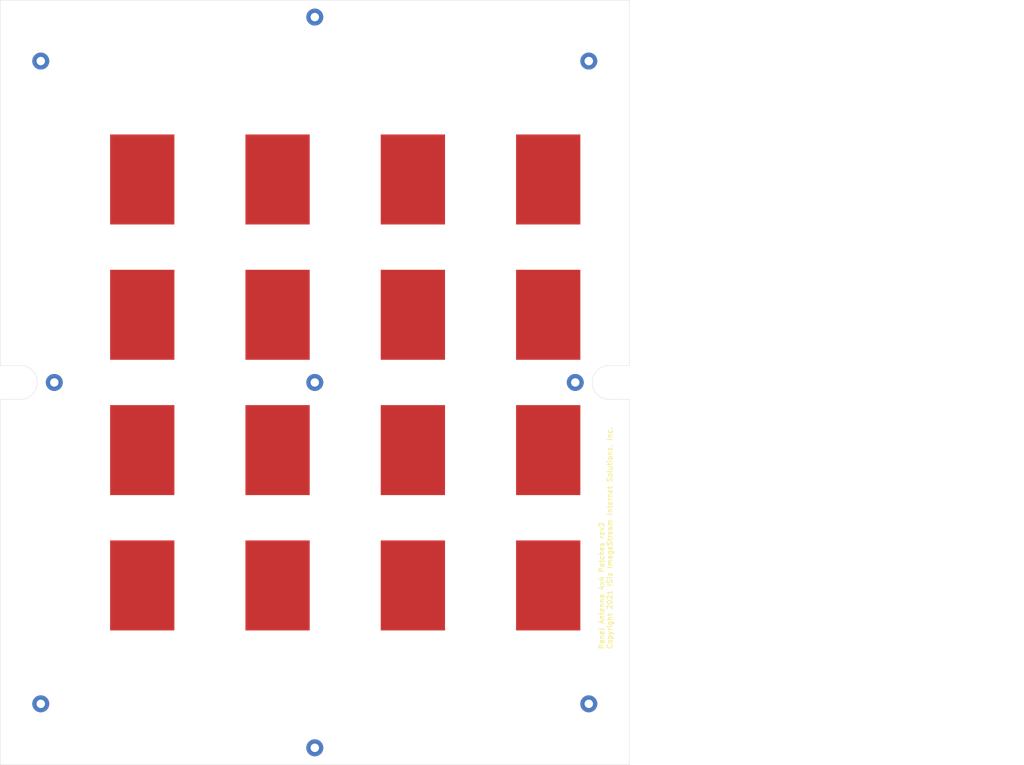
<source format=kicad_pcb>
(kicad_pcb (version 20210424) (generator pcbnew)
  (layers (0 "F.Cu" signal) (31 "B.Cu" signal) (34 "B.Paste" user) (35 "F.Paste" user) (36 "B.SilkS" user "B.Silkscreen") (37 "F.SilkS" user "F.Silkscreen") (38 "B.Mask" user) (39 "F.Mask" user) (44 "Edge.Cuts" user))
  (net 0 "")
  (footprint "Scott-RF-JLCPCB-600um7628-2layer:Patch_5.5_Linear_ApertureCoupled-Design1" (layer "F.Cu") (at 122 93)
    (fp_text reference "REF**" hide)
    (fp_text value "Patch_5.5_Linear_ApertureCoupled-Design1" hide)
    (fp_rect (start -9.5 -13.3) (end 9.5 13.3) (layer "F.Cu") (width 0.0001) (fill solid))
  )
  (footprint "MountingHole:MountingHole_2.5mm_Pad_TopBottom" (layer "F.Cu") (at 93 5)
    (fp_text reference "H10" hide)
    (fp_text value "Mounting Hole")
    (pad "1" connect circle locked (at 0 0) (size 5 5) (layers "B.Cu" "B.Mask"))
    (pad "1" thru_hole circle locked (at 0 0) (size 2.9 2.9) (drill 2.5) (layers *.Cu *.Mask))
    (pad "1" connect circle locked (at 0 0) (size 5 5) (layers "F.Cu" "F.Mask"))
  )
  (footprint "MountingHole:MountingHole_2.5mm_Pad_TopBottom" (layer "F.Cu") (at 170 113)
    (fp_text reference "H12" hide)
    (fp_text value "Mounting Hole")
    (pad "1" thru_hole circle locked (at 0 0) (size 2.9 2.9) (drill 2.5) (layers *.Cu *.Mask))
    (pad "1" connect circle locked (at 0 0) (size 5 5) (layers "F.Cu" "F.Mask"))
    (pad "1" connect circle locked (at 0 0) (size 5 5) (layers "B.Cu" "B.Mask"))
  )
  (footprint "Scott-RF-JLCPCB-600um7628-2layer:Patch_5.5_Linear_ApertureCoupled-Design1" (layer "F.Cu") (at 162 53)
    (fp_text reference "REF**" hide)
    (fp_text value "Patch_5.5_Linear_ApertureCoupled-Design1" hide)
    (fp_rect (start -9.5 -13.3) (end 9.5 13.3) (layer "F.Cu") (width 0.0001) (fill solid))
  )
  (footprint "Scott-RF-JLCPCB-600um7628-2layer:Patch_5.5_Linear_ApertureCoupled-Design1" (layer "F.Cu") (at 42 133)
    (fp_text reference "REF**" hide)
    (fp_text value "Patch_5.5_Linear_ApertureCoupled-Design1" hide)
    (fp_rect (start -9.5 -13.3) (end 9.5 13.3) (layer "F.Cu") (width 0.0001) (fill solid))
  )
  (footprint "Scott-RF-JLCPCB-600um7628-2layer:Patch_5.5_Linear_ApertureCoupled-Design1" (layer "F.Cu") (at 82 93)
    (fp_text reference "REF**" hide)
    (fp_text value "Patch_5.5_Linear_ApertureCoupled-Design1" hide)
    (fp_rect (start -9.5 -13.3) (end 9.5 13.3) (layer "F.Cu") (width 0.0001) (fill solid))
  )
  (footprint "Scott-RF-JLCPCB-600um7628-2layer:Patch_5.5_Linear_ApertureCoupled-Design1" (layer "F.Cu") (at 42 173)
    (fp_text reference "REF**" hide)
    (fp_text value "Patch_5.5_Linear_ApertureCoupled-Design1" hide)
    (fp_rect (start -9.5 -13.3) (end 9.5 13.3) (layer "F.Cu") (width 0.0001) (fill solid))
  )
  (footprint "Scott-RF-JLCPCB-600um7628-2layer:Patch_5.5_Linear_ApertureCoupled-Design1" (layer "F.Cu") (at 42 93)
    (fp_text reference "REF**" hide)
    (fp_text value "Patch_5.5_Linear_ApertureCoupled-Design1" hide)
    (fp_rect (start -9.5 -13.3) (end 9.5 13.3) (layer "F.Cu") (width 0.0001) (fill solid))
  )
  (footprint "Scott-RF-JLCPCB-600um7628-2layer:Patch_5.5_Linear_ApertureCoupled-Design1" (layer "F.Cu") (at 82 53)
    (fp_text reference "REF**" hide)
    (fp_text value "Patch_5.5_Linear_ApertureCoupled-Design1" hide)
    (fp_rect (start -9.5 -13.3) (end 9.5 13.3) (layer "F.Cu") (width 0.0001) (fill solid))
  )
  (footprint "Scott-RF-JLCPCB-600um7628-2layer:Patch_5.5_Linear_ApertureCoupled-Design1" (layer "F.Cu") (at 122 53)
    (fp_text reference "REF**" hide)
    (fp_text value "Patch_5.5_Linear_ApertureCoupled-Design1" hide)
    (fp_rect (start -9.5 -13.3) (end 9.5 13.3) (layer "F.Cu") (width 0.0001) (fill solid))
  )
  (footprint "Scott-RF-JLCPCB-600um7628-2layer:Patch_5.5_Linear_ApertureCoupled-Design1" (layer "F.Cu") (at 42 53)
    (fp_text reference "REF**" hide)
    (fp_text value "Patch_5.5_Linear_ApertureCoupled-Design1" hide)
    (fp_rect (start -9.5 -13.3) (end 9.5 13.3) (layer "F.Cu") (width 0.0001) (fill solid))
  )
  (footprint "Scott-RF-JLCPCB-600um7628-2layer:Patch_5.5_Linear_ApertureCoupled-Design1" (layer "F.Cu") (at 122 133)
    (fp_text reference "REF**" hide)
    (fp_text value "Patch_5.5_Linear_ApertureCoupled-Design1" hide)
    (fp_rect (start -9.5 -13.3) (end 9.5 13.3) (layer "F.Cu") (width 0.0001) (fill solid))
  )
  (footprint "MountingHole:MountingHole_2.5mm_Pad_TopBottom" (layer "F.Cu") (at 93 113)
    (fp_text reference "H11" hide)
    (fp_text value "Mounting Hole")
    (pad "1" thru_hole circle locked (at 0 0) (size 2.9 2.9) (drill 2.5) (layers *.Cu *.Mask))
    (pad "1" connect circle locked (at 0 0) (size 5 5) (layers "B.Cu" "B.Mask"))
    (pad "1" connect circle locked (at 0 0) (size 5 5) (layers "F.Cu" "F.Mask"))
  )
  (footprint "MountingHole:MountingHole_2.5mm_Pad_TopBottom" (layer "F.Cu") (at 174 208 90)
    (fp_text reference "H4" hide)
    (fp_text value "Mounting Hole")
    (pad "1" connect circle locked (at 0 0 90) (size 5 5) (layers "B.Cu" "B.Mask"))
    (pad "1" thru_hole circle locked (at 0 0 90) (size 2.9 2.9) (drill 2.5) (layers *.Cu *.Mask))
    (pad "1" connect circle locked (at 0 0 90) (size 5 5) (layers "F.Cu" "F.Mask"))
  )
  (footprint "Scott-RF-JLCPCB-600um7628-2layer:Patch_5.5_Linear_ApertureCoupled-Design1" (layer "F.Cu") (at 82 173)
    (fp_text reference "REF**" hide)
    (fp_text value "Patch_5.5_Linear_ApertureCoupled-Design1" hide)
    (fp_rect (start -9.5 -13.3) (end 9.5 13.3) (layer "F.Cu") (width 0.0001) (fill solid))
  )
  (footprint "MountingHole:MountingHole_2.5mm_Pad_TopBottom" (layer "F.Cu") (at 93 221)
    (fp_text reference "H9" hide)
    (fp_text value "Mounting Hole")
    (pad "1" connect circle locked (at 0 0) (size 5 5) (layers "B.Cu" "B.Mask"))
    (pad "1" thru_hole circle locked (at 0 0) (size 2.9 2.9) (drill 2.5) (layers *.Cu *.Mask))
    (pad "1" connect circle locked (at 0 0) (size 5 5) (layers "F.Cu" "F.Mask"))
  )
  (footprint "Scott-RF-JLCPCB-600um7628-2layer:Patch_5.5_Linear_ApertureCoupled-Design1" (layer "F.Cu") (at 82 133)
    (fp_text reference "REF**" hide)
    (fp_text value "Patch_5.5_Linear_ApertureCoupled-Design1" hide)
    (fp_rect (start -9.5 -13.3) (end 9.5 13.3) (layer "F.Cu") (width 0.0001) (fill solid))
  )
  (footprint "Scott-RF-JLCPCB-600um7628-2layer:Patch_5.5_Linear_ApertureCoupled-Design1" (layer "F.Cu") (at 122 173)
    (fp_text reference "REF**" hide)
    (fp_text value "Patch_5.5_Linear_ApertureCoupled-Design1" hide)
    (fp_rect (start -9.5 -13.3) (end 9.5 13.3) (layer "F.Cu") (width 0.0001) (fill solid))
  )
  (footprint "MountingHole:MountingHole_2.5mm_Pad_TopBottom" (layer "F.Cu") (at 174 18)
    (fp_text reference "H2" hide)
    (fp_text value "Mounting Hole")
    (pad "1" connect circle locked (at 0 0) (size 5 5) (layers "B.Cu" "B.Mask"))
    (pad "1" thru_hole circle locked (at 0 0) (size 2.9 2.9) (drill 2.5) (layers *.Cu *.Mask))
    (pad "1" connect circle locked (at 0 0) (size 5 5) (layers "F.Cu" "F.Mask"))
  )
  (footprint "MountingHole:MountingHole_2.5mm_Pad_TopBottom" (layer "F.Cu") (at 12 208)
    (fp_text reference "H3" hide)
    (fp_text value "Mounting Hole")
    (pad "1" connect circle locked (at 0 0) (size 5 5) (layers "F.Cu" "F.Mask"))
    (pad "1" connect circle locked (at 0 0) (size 5 5) (layers "B.Cu" "B.Mask"))
    (pad "1" thru_hole circle locked (at 0 0) (size 2.9 2.9) (drill 2.5) (layers *.Cu *.Mask))
  )
  (footprint "MountingHole:MountingHole_2.5mm_Pad_TopBottom" (layer "F.Cu") (at 12 18)
    (fp_text reference "H1" hide)
    (fp_text value "Mounting Hole")
    (pad "1" connect circle locked (at 0 0) (size 5 5) (layers "F.Cu" "F.Mask"))
    (pad "1" thru_hole circle locked (at 0 0) (size 2.9 2.9) (drill 2.5) (layers *.Cu *.Mask))
    (pad "1" connect circle locked (at 0 0) (size 5 5) (layers "B.Cu" "B.Mask"))
  )
  (footprint "Scott-RF-JLCPCB-600um7628-2layer:Patch_5.5_Linear_ApertureCoupled-Design1" (layer "F.Cu") (at 162 93)
    (fp_text reference "REF**" hide)
    (fp_text value "Patch_5.5_Linear_ApertureCoupled-Design1" hide)
    (fp_rect (start -9.5 -13.3) (end 9.5 13.3) (layer "F.Cu") (width 0.0001) (fill solid))
  )
  (footprint "Scott-RF-JLCPCB-600um7628-2layer:Patch_5.5_Linear_ApertureCoupled-Design1" (layer "F.Cu") (at 162 173)
    (fp_text reference "REF**" hide)
    (fp_text value "Patch_5.5_Linear_ApertureCoupled-Design1" hide)
    (fp_rect (start -9.5 -13.3) (end 9.5 13.3) (layer "F.Cu") (width 0.0001) (fill solid))
  )
  (footprint "MountingHole:MountingHole_2.5mm_Pad_TopBottom" (layer "F.Cu") (at 16 113)
    (fp_text reference "H11" hide)
    (fp_text value "Mounting Hole")
    (pad "1" connect circle locked (at 0 0) (size 5 5) (layers "B.Cu" "B.Mask"))
    (pad "1" connect circle locked (at 0 0) (size 5 5) (layers "F.Cu" "F.Mask"))
    (pad "1" thru_hole circle locked (at 0 0) (size 2.9 2.9) (drill 2.5) (layers *.Cu *.Mask))
  )
  (footprint "Scott-RF-JLCPCB-600um7628-2layer:Patch_5.5_Linear_ApertureCoupled-Design1" (layer "F.Cu") (at 162 133)
    (fp_text reference "REF**" hide)
    (fp_text value "Patch_5.5_Linear_ApertureCoupled-Design1" hide)
    (fp_rect (start -9.5 -13.3) (end 9.5 13.3) (layer "F.Cu") (width 0.0001) (fill solid))
  )
  (gr_line (start 6 118) (end 0 118) (layer "Edge.Cuts") (width 0.1))
  (gr_line (start 186 118) (end 186 226) (layer "Edge.Cuts") (width 0.1))
  (gr_line (start 180 108) (end 186 108) (layer "Edge.Cuts") (width 0.1))
  (gr_line (start 0 0) (end 186 0) (layer "Edge.Cuts") (width 0.1))
  (gr_arc (start 6 113) (end 6 118) (angle -180) (layer "Edge.Cuts") (width 0.1))
  (gr_line (start 0 226) (end 0 118) (layer "Edge.Cuts") (width 0.1))
  (gr_arc (start 180 113) (end 180 108) (angle -180) (layer "Edge.Cuts") (width 0.1))
  (gr_line (start 180 118) (end 186 118) (layer "Edge.Cuts") (width 0.1))
  (gr_line (start 0 108) (end 0 0) (layer "Edge.Cuts") (width 0.1))
  (gr_line (start 0 226) (end 186 226) (layer "Edge.Cuts") (width 0.1))
  (gr_line (start 6 108) (end 0 108) (layer "Edge.Cuts") (width 0.1))
  (gr_line (start 186 0) (end 186 108) (layer "Edge.Cuts") (width 0.1))
  (gr_text "Panel Antenna 4x4 Patches rev3\nCopyright 2021 ISis ImageStream Internet Solutions, Inc." (at 179 192 90) (layer "F.SilkS") (effects (font (size 1.5 1.5) (thickness 0.3)) (justify left)))
)
</source>
